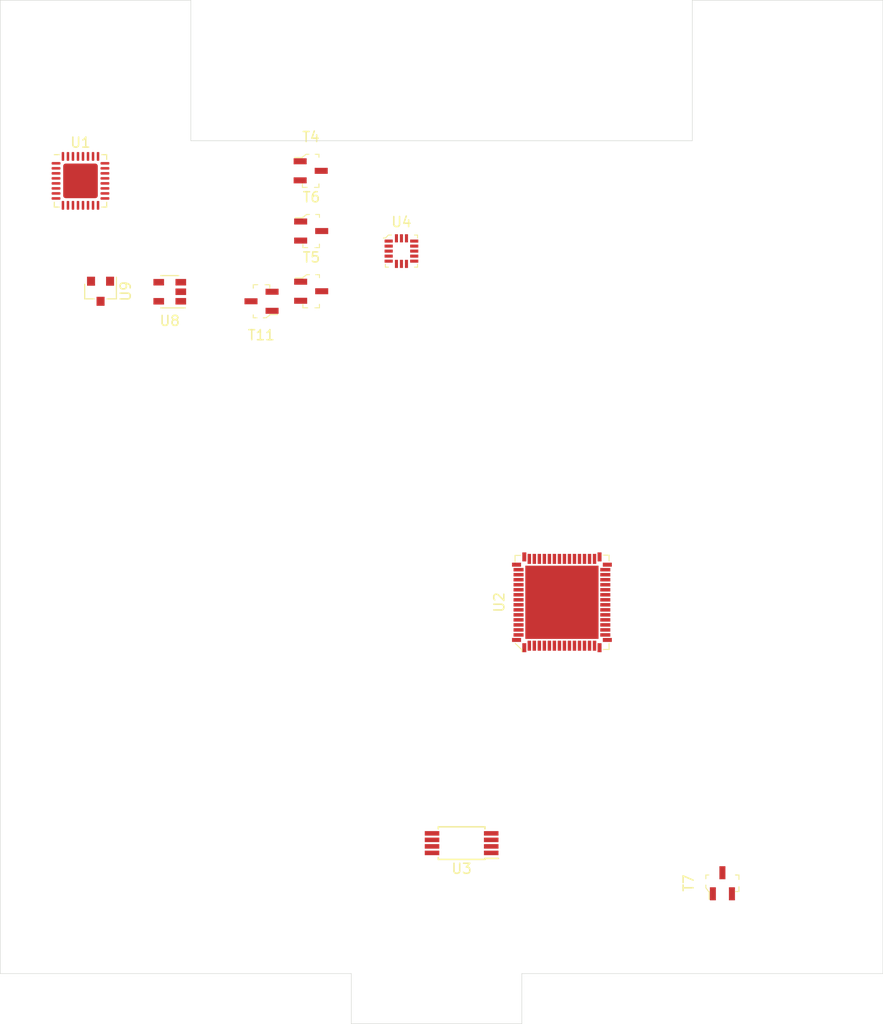
<source format=kicad_pcb>
(kicad_pcb (version 20221018) (generator pcbnew)
  (layers (0 "F.Cu" signal) (31 "B.Cu" signal) (34 "B.Paste" user) (35 "F.Paste" user) (36 "B.SilkS" user "B.Silkscreen") (37 "F.SilkS" user "F.Silkscreen") (38 "B.Mask" user) (39 "F.Mask" user) (44 "Edge.Cuts" user))
  (net 0 "")
  (net 1 "Net-(U3-Pad8)")
  (net 2 "/TBC2")
  (net 3 "Net-(U3-Pad6)")
  (net 4 "Net-(U3-Pad5)")
  (net 5 "Net-(U3-Pad4)")
  (net 6 "Net-(TP9-Pad1)")
  (net 7 "Net-(U3-Pad1)")
  (net 8 "VDD")
  (net 9 "Net-(U8-Pad4)")
  (net 10 "/TBC3")
  (net 11 "Net-(U8-Pad2)")
  (net 12 "Net-(U8-Pad1)")
  (net 13 "Net-(U9-Pad3)")
  (net 14 "Net-(U9-Pad2)")
  (net 15 "Net-(U9-Pad1)")
  (net 16 "Net-(U4-Pad16)")
  (net 17 "Net-(U4-Pad15)")
  (net 18 "Net-(U4-Pad13)")
  (net 19 "Net-(U4-Pad12)")
  (net 20 "Net-(U4-Pad11)")
  (net 21 "Net-(U4-Pad10)")
  (net 22 "Net-(U4-Pad8)")
  (net 23 "Net-(U4-Pad7)")
  (net 24 "Net-(U4-Pad5)")
  (net 25 "Net-(U4-Pad4)")
  (net 26 "Net-(U4-Pad3)")
  (net 27 "Net-(U4-Pad2)")
  (net 28 "Net-(U4-Pad6)")
  (net 29 "Net-(U4-Pad9)")
  (net 30 "Net-(U4-Pad14)")
  (net 31 "Net-(U1-Pad32)")
  (net 32 "Net-(R4-Pad1)")
  (net 33 "Net-(U1-Pad30)")
  (net 34 "Net-(U1-Pad29)")
  (net 35 "Net-(U1-Pad28)")
  (net 36 "Net-(U1-Pad27)")
  (net 37 "Net-(U1-Pad26)")
  (net 38 "Net-(U1-Pad25)")
  (net 39 "Net-(U1-Pad24)")
  (net 40 "Net-(U1-Pad23)")
  (net 41 "Net-(U1-Pad22)")
  (net 42 "Net-(U1-Pad21)")
  (net 43 "Net-(U1-Pad20)")
  (net 44 "Net-(U1-Pad19)")
  (net 45 "Net-(U1-Pad18)")
  (net 46 "Net-(U1-Pad17)")
  (net 47 "Net-(U1-Pad16)")
  (net 48 "Net-(U1-Pad15)")
  (net 49 "Net-(U1-Pad14)")
  (net 50 "Net-(U1-Pad13)")
  (net 51 "Net-(U1-Pad12)")
  (net 52 "Net-(U1-Pad11)")
  (net 53 "Net-(U1-Pad10)")
  (net 54 "Net-(U1-Pad9)")
  (net 55 "Net-(U1-Pad8)")
  (net 56 "Net-(U1-Pad7)")
  (net 57 "Net-(U1-Pad6)")
  (net 58 "Net-(U1-Pad5)")
  (net 59 "Net-(U1-Pad4)")
  (net 60 "Net-(U1-Pad3)")
  (net 61 "GND")
  (net 62 "Net-(U2-Pad65)")
  (net 63 "Net-(U2-Pad64)")
  (net 64 "Net-(U2-Pad63)")
  (net 65 "Net-(U2-Pad62)")
  (net 66 "Net-(U2-Pad60)")
  (net 67 "Net-(U2-Pad59)")
  (net 68 "Net-(U2-Pad58)")
  (net 69 "/RX")
  (net 70 "Net-(U2-Pad56)")
  (net 71 "/TX")
  (net 72 "Net-(U2-Pad53)")
  (net 73 "Net-(U2-Pad54)")
  (net 74 "Net-(U2-Pad52)")
  (net 75 "Net-(U2-Pad51)")
  (net 76 "Net-(U2-Pad50)")
  (net 77 "Net-(U2-Pad49)")
  (net 78 "Net-(U2-Pad48)")
  (net 79 "Net-(U2-Pad47)")
  (net 80 "Net-(U2-Pad46)")
  (net 81 "/TBC1")
  (net 82 "Net-(U2-Pad44)")
  (net 83 "Net-(U2-Pad43)")
  (net 84 "Net-(U2-Pad42)")
  (net 85 "Net-(U2-Pad41)")
  (net 86 "Net-(U2-Pad40)")
  (net 87 "Net-(U2-Pad39)")
  (net 88 "Net-(U2-Pad38)")
  (net 89 "Net-(U2-Pad37)")
  (net 90 "Net-(U2-Pad36)")
  (net 91 "Net-(U2-Pad33)")
  (net 92 "Net-(R12-Pad2)")
  (net 93 "Net-(R11-Pad2)")
  (net 94 "/~{RST}")
  (net 95 "Net-(U2-Pad31)")
  (net 96 "Net-(U2-Pad30)")
  (net 97 "Net-(U2-Pad29)")
  (net 98 "Net-(U2-Pad28)")
  (net 99 "Net-(U2-Pad27)")
  (net 100 "Net-(U2-Pad26)")
  (net 101 "Net-(U2-Pad25)")
  (net 102 "/BLUE_LED_EN")
  (net 103 "Net-(U2-Pad18)")
  (net 104 "/TCK_RED_LED_EN")
  (net 105 "/TMS")
  (net 106 "Net-(P?1-Pad9)")
  (net 107 "Net-(U2-Pad22)")
  (net 108 "Net-(U2-Pad23)")
  (net 109 "Net-(U2-Pad24)")
  (net 110 "Net-(U2-Pad16)")
  (net 111 "Net-(U2-Pad15)")
  (net 112 "Net-(U2-Pad14)")
  (net 113 "Net-(U2-Pad13)")
  (net 114 "Net-(U2-Pad12)")
  (net 115 "Net-(U2-Pad11)")
  (net 116 "Net-(U2-Pad10)")
  (net 117 "Net-(U2-Pad9)")
  (net 118 "Net-(U2-Pad1)")
  (net 119 "Net-(U2-Pad2)")
  (net 120 "Net-(U2-Pad3)")
  (net 121 "Net-(U2-Pad4)")
  (net 122 "Net-(U2-Pad5)")
  (net 123 "Net-(U2-Pad6)")
  (net 124 "Net-(U2-Pad7)")
  (net 125 "Net-(U2-Pad8)")
  (net 126 "Net-(R350-Pad1)")
  (net 127 "Net-(R351-Pad1)")
  (net 128 "Net-(R61-Pad2)")
  (net 129 "/GREEN_LED_EN")
  (net 130 "Net-(R62-Pad2)")
  (net 131 "Net-(R353-Pad1)")
  (net 132 "Net-(R65-Pad2)")
  (footprint "Package_SO:TSSOP-8_4.4x3mm_P0.65mm" (layer "F.Cu") (at 146 127 180)
    (fp_text reference "U3" (at 0 -2.55) (layer "F.SilkS"))
    (fp_text value "IS25LQ032B-JNLE")
    (fp_line (start -2.325 -1.625) (end -2.325 -1.525) (stroke (width 0.15)) (layer "F.SilkS"))
    (fp_line (start -2.325 -1.625) (end 2.325 -1.625) (stroke (width 0.15)) (layer "F.SilkS"))
    (fp_line (start -2.325 -1.525) (end -3.675 -1.525) (stroke (width 0.15)) (layer "F.SilkS"))
    (fp_line (start -2.325 1.625) (end -2.325 1.425) (stroke (width 0.15)) (layer "F.SilkS"))
    (fp_line (start -2.325 1.625) (end 2.325 1.625) (stroke (width 0.15)) (layer "F.SilkS"))
    (fp_line (start 2.325 -1.625) (end 2.325 -1.425) (stroke (width 0.15)) (layer "F.SilkS"))
    (fp_line (start 2.325 1.625) (end 2.325 1.425) (stroke (width 0.15)) (layer "F.SilkS"))
    (pad "1" smd rect (at -2.95 -0.975 180) (size 1.45 0.45) (layers "F.Cu" "F.Paste" "F.Mask") (net 7 "Net-(U3-Pad1)"))
    (pad "2" smd rect (at -2.95 -0.325 180) (size 1.45 0.45) (layers "F.Cu" "F.Paste" "F.Mask") (net 6 "Net-(TP9-Pad1)"))
    (pad "3" smd rect (at -2.95 0.325 180) (size 1.45 0.45) (layers "F.Cu" "F.Paste" "F.Mask") (net 2 "/TBC2"))
    (pad "4" smd rect (at -2.95 0.975 180) (size 1.45 0.45) (layers "F.Cu" "F.Paste" "F.Mask") (net 5 "Net-(U3-Pad4)"))
    (pad "5" smd rect (at 2.95 0.975 180) (size 1.45 0.45) (layers "F.Cu" "F.Paste" "F.Mask") (net 4 "Net-(U3-Pad5)"))
    (pad "6" smd rect (at 2.95 0.325 180) (size 1.45 0.45) (layers "F.Cu" "F.Paste" "F.Mask") (net 3 "Net-(U3-Pad6)"))
    (pad "7" smd rect (at 2.95 -0.325 180) (size 1.45 0.45) (layers "F.Cu" "F.Paste" "F.Mask") (net 2 "/TBC2"))
    (pad "8" smd rect (at 2.95 -0.975 180) (size 1.45 0.45) (layers "F.Cu" "F.Paste" "F.Mask") (net 1 "Net-(U3-Pad8)"))
  )
  (footprint "Package_TO_SOT_SMD:SOT-23-5" (layer "F.Cu") (at 116.9 72.05 180)
    (fp_text reference "U8" (at 0 -2.9) (layer "F.SilkS"))
    (fp_text value "AP2112K-3.3")
    (fp_line (start -0.9 1.61) (end 0.9 1.61) (stroke (width 0.12)) (layer "F.SilkS"))
    (fp_line (start 0.9 -1.61) (end -1.55 -1.61) (stroke (width 0.12)) (layer "F.SilkS"))
    (pad "1" smd rect (at -1.1 -0.95 180) (size 1.06 0.65) (layers "F.Cu" "F.Paste" "F.Mask") (net 12 "Net-(U8-Pad1)"))
    (pad "2" smd rect (at -1.1 0 180) (size 1.06 0.65) (layers "F.Cu" "F.Paste" "F.Mask") (net 11 "Net-(U8-Pad2)"))
    (pad "3" smd rect (at -1.1 0.95 180) (size 1.06 0.65) (layers "F.Cu" "F.Paste" "F.Mask") (net 10 "/TBC3"))
    (pad "4" smd rect (at 1.1 0.95 180) (size 1.06 0.65) (layers "F.Cu" "F.Paste" "F.Mask") (net 9 "Net-(U8-Pad4)"))
    (pad "5" smd rect (at 1.1 -0.95 180) (size 1.06 0.65) (layers "F.Cu" "F.Paste" "F.Mask") (net 8 "VDD"))
  )
  (footprint "Package_TO_SOT_SMD:SOT-23" (layer "F.Cu") (at 110 72 -90)
    (fp_text reference "U9" (at 0 -2.5 90) (layer "F.SilkS"))
    (fp_text value "AP2120N-1.8")
    (fp_line (start 0.76 -1.58) (end -1.4 -1.58) (stroke (width 0.12)) (layer "F.SilkS"))
    (fp_line (start 0.76 -1.58) (end 0.76 -0.65) (stroke (width 0.12)) (layer "F.SilkS"))
    (fp_line (start 0.76 1.58) (end -0.7 1.58) (stroke (width 0.12)) (layer "F.SilkS"))
    (fp_line (start 0.76 1.58) (end 0.76 0.65) (stroke (width 0.12)) (layer "F.SilkS"))
    (pad "1" smd rect (at -1 -0.95 270) (size 0.9 0.8) (layers "F.Cu" "F.Paste" "F.Mask") (net 15 "Net-(U9-Pad1)"))
    (pad "2" smd rect (at -1 0.95 270) (size 0.9 0.8) (layers "F.Cu" "F.Paste" "F.Mask") (net 14 "Net-(U9-Pad2)"))
    (pad "3" smd rect (at 1 0 270) (size 0.9 0.8) (layers "F.Cu" "F.Paste" "F.Mask") (net 13 "Net-(U9-Pad3)"))
  )
  (footprint "digikey-footprints:VQFN-16_3x3mm" (layer "F.Cu") (at 140 68)
    (fp_text reference "U4" (at 0 -2.9) (layer "F.SilkS"))
    (fp_text value "MMA8451QT")
    (fp_line (start -1.6 -1.3) (end -1.8 -1.3) (stroke (width 0.1)) (layer "F.SilkS"))
    (fp_line (start -1.6 1.6) (end -1.6 1.3) (stroke (width 0.1)) (layer "F.SilkS"))
    (fp_line (start -1.6 1.6) (end -1.3 1.6) (stroke (width 0.1)) (layer "F.SilkS"))
    (fp_line (start -1.3 -1.6) (end -1.6 -1.3) (stroke (width 0.1)) (layer "F.SilkS"))
    (fp_line (start -1 -1.6) (end -1.3 -1.6) (stroke (width 0.1)) (layer "F.SilkS"))
    (fp_line (start 1.6 -1.6) (end 1.3 -1.6) (stroke (width 0.1)) (layer "F.SilkS"))
    (fp_line (start 1.6 -1.6) (end 1.6 -1.3) (stroke (width 0.1)) (layer "F.SilkS"))
    (fp_line (start 1.6 1.6) (end 1.3 1.6) (stroke (width 0.1)) (layer "F.SilkS"))
    (fp_line (start 1.6 1.6) (end 1.6 1.3) (stroke (width 0.1)) (layer "F.SilkS"))
    (pad "1" smd rect (at -1.275 -1) (size 0.813 0.305) (layers "F.Cu" "F.Paste" "F.Mask") (net 8 "VDD"))
    (pad "2" smd rect (at -1.275 -0.5) (size 0.813 0.305) (layers "F.Cu" "F.Paste" "F.Mask") (net 27 "Net-(U4-Pad2)"))
    (pad "3" smd rect (at -1.275 0) (size 0.813 0.305) (layers "F.Cu" "F.Paste" "F.Mask") (net 26 "Net-(U4-Pad3)"))
    (pad "4" smd rect (at -1.275 0.5) (size 0.813 0.305) (layers "F.Cu" "F.Paste" "F.Mask") (net 25 "Net-(U4-Pad4)"))
    (pad "5" smd rect (at -1.275 1) (size 0.813 0.305) (layers "F.Cu" "F.Paste" "F.Mask") (net 24 "Net-(U4-Pad5)"))
    (pad "6" smd rect (at -0.5 1.275) (size 0.305 0.813) (layers "F.Cu" "F.Paste" "F.Mask") (net 28 "Net-(U4-Pad6)"))
    (pad "7" smd rect (at 0 1.275) (size 0.305 0.813) (layers "F.Cu" "F.Paste" "F.Mask") (net 23 "Net-(U4-Pad7)"))
    (pad "8" smd rect (at 0.5 1.275) (size 0.305 0.813) (layers "F.Cu" "F.Paste" "F.Mask") (net 22 "Net-(U4-Pad8)"))
    (pad "9" smd rect (at 1.275 1) (size 0.813 0.305) (layers "F.Cu" "F.Paste" "F.Mask") (net 29 "Net-(U4-Pad9)"))
    (pad "10" smd rect (at 1.275 0.5) (size 0.813 0.305) (layers "F.Cu" "F.Paste" "F.Mask") (net 21 "Net-(U4-Pad10)"))
    (pad "11" smd rect (at 1.275 0) (size 0.813 0.305) (layers "F.Cu" "F.Paste" "F.Mask") (net 20 "Net-(U4-Pad11)"))
    (pad "12" smd rect (at 1.275 -0.5) (size 0.813 0.305) (layers "F.Cu" "F.Paste" "F.Mask") (net 19 "Net-(U4-Pad12)"))
    (pad "13" smd rect (at 1.275 -1) (size 0.813 0.305) (layers "F.Cu" "F.Paste" "F.Mask") (net 18 "Net-(U4-Pad13)"))
    (pad "14" smd rect (at 0.5 -1.275) (size 0.305 0.813) (layers "F.Cu" "F.Paste" "F.Mask") (net 30 "Net-(U4-Pad14)"))
    (pad "15" smd rect (at 0 -1.275) (size 0.305 0.813) (layers "F.Cu" "F.Paste" "F.Mask") (net 17 "Net-(U4-Pad15)"))
    (pad "16" smd rect (at -0.5 -1.275) (size 0.305 0.813) (layers "F.Cu" "F.Paste" "F.Mask") (net 16 "Net-(U4-Pad16)"))
  )
  (footprint "Package_DFN_QFN:Texas_S-PVQFN-N32_EP3.45x3.45mm" (layer "F.Cu") (at 108 61)
    (fp_text reference "U1" (at 0 -3.82) (layer "F.SilkS"))
    (fp_text value "TLV320DAC3100")
    (fp_line (start -2.61 2.61) (end -2.61 2.135) (stroke (width 0.12)) (layer "F.SilkS"))
    (fp_line (start -2.135 -2.61) (end -2.61 -2.61) (stroke (width 0.12)) (layer "F.SilkS"))
    (fp_line (start -2.135 2.61) (end -2.61 2.61) (stroke (width 0.12)) (layer "F.SilkS"))
    (fp_line (start 2.135 -2.61) (end 2.61 -2.61) (stroke (width 0.12)) (layer "F.SilkS"))
    (fp_line (start 2.135 2.61) (end 2.61 2.61) (stroke (width 0.12)) (layer "F.SilkS"))
    (fp_line (start 2.61 -2.61) (end 2.61 -2.135) (stroke (width 0.12)) (layer "F.SilkS"))
    (fp_line (start 2.61 2.61) (end 2.61 2.135) (stroke (width 0.12)) (layer "F.SilkS"))
    (pad "1" smd roundrect (at -2.4375 -1.75) (size 0.875 0.25) (layers "F.Cu" "F.Paste" "F.Mask") (net 61 "GND"))
    (pad "2" smd roundrect (at -2.4375 -1.25) (size 0.875 0.25) (layers "F.Cu" "F.Paste" "F.Mask") (net 8 "VDD"))
    (pad "3" smd roundrect (at -2.4375 -0.75) (size 0.875 0.25) (layers "F.Cu" "F.Paste" "F.Mask") (net 60 "Net-(U1-Pad3)"))
    (pad "4" smd roundrect (at -2.4375 -0.25) (size 0.875 0.25) (layers "F.Cu" "F.Paste" "F.Mask") (net 59 "Net-(U1-Pad4)"))
    (pad "5" smd roundrect (at -2.4375 0.25) (size 0.875 0.25) (layers "F.Cu" "F.Paste" "F.Mask") (net 58 "Net-(U1-Pad5)"))
    (pad "6" smd roundrect (at -2.4375 0.75) (size 0.875 0.25) (layers "F.Cu" "F.Paste" "F.Mask") (net 57 "Net-(U1-Pad6)"))
    (pad "7" smd roundrect (at -2.4375 1.25) (size 0.875 0.25) (layers "F.Cu" "F.Paste" "F.Mask") (net 56 "Net-(U1-Pad7)"))
    (pad "8" smd roundrect (at -2.4375 1.75) (size 0.875 0.25) (layers "F.Cu" "F.Paste" "F.Mask") (net 55 "Net-(U1-Pad8)"))
    (pad "9" smd roundrect (at -1.75 2.4375) (size 0.25 0.875) (layers "F.Cu" "F.Paste" "F.Mask") (net 54 "Net-(U1-Pad9)"))
    (pad "10" smd roundrect (at -1.25 2.4375) (size 0.25 0.875) (layers "F.Cu" "F.Paste" "F.Mask") (net 53 "Net-(U1-Pad10)"))
    (pad "11" smd roundrect (at -0.75 2.4375) (size 0.25 0.875) (layers "F.Cu" "F.Paste" "F.Mask") (net 52 "Net-(U1-Pad11)"))
    (pad "12" smd roundrect (at -0.25 2.4375) (size 0.25 0.875) (layers "F.Cu" "F.Paste" "F.Mask") (net 51 "Net-(U1-Pad12)"))
    (pad "13" smd roundrect (at 0.25 2.4375) (size 0.25 0.875) (layers "F.Cu" "F.Paste" "F.Mask") (net 50 "Net-(U1-Pad13)"))
    (pad "14" smd roundrect (at 0.75 2.4375) (size 0.25 0.875) (layers "F.Cu" "F.Paste" "F.Mask") (net 49 "Net-(U1-Pad14)"))
    (pad "15" smd roundrect (at 1.25 2.4375) (size 0.25 0.875) (layers "F.Cu" "F.Paste" "F.Mask") (net 48 "Net-(U1-Pad15)"))
    (pad "16" smd roundrect (at 1.75 2.4375) (size 0.25 0.875) (layers "F.Cu" "F.Paste" "F.Mask") (net 47 "Net-(U1-Pad16)"))
    (pad "17" smd roundrect (at 2.4375 1.75) (size 0.875 0.25) (layers "F.Cu" "F.Paste" "F.Mask") (net 46 "Net-(U1-Pad17)"))
    (pad "18" smd roundrect (at 2.4375 1.25) (size 0.875 0.25) (layers "F.Cu" "F.Paste" "F.Mask") (net 45 "Net-(U1-Pad18)"))
    (pad "19" smd roundrect (at 2.4375 0.75) (size 0.875 0.25) (layers "F.Cu" "F.Paste" "F.Mask") (net 44 "Net-(U1-Pad19)"))
    (pad "20" smd roundrect (at 2.4375 0.25) (size 0.875 0.25) (layers "F.Cu" "F.Paste" "F.Mask") (net 43 "Net-(U1-Pad20)"))
    (pad "21" smd roundrect (at 2.4375 -0.25) (size 0.875 0.25) (layers "F.Cu" "F.Paste" "F.Mask") (net 42 "Net-(U1-Pad21)"))
    (pad "22" smd roundrect (at 2.4375 -0.75) (size 0.875 0.25) (layers "F.Cu" "F.Paste" "F.Mask") (net 41 "Net-(U1-Pad22)"))
    (pad "23" smd roundrect (at 2.4375 -1.25) (size 0.875 0.25) (layers "F.Cu" "F.Paste" "F.Mask") (net 40 "Net-(U1-Pad23)"))
    (pad "24" smd roundrect (at 2.4375 -1.75) (size 0.875 0.25) (layers "F.Cu" "F.Paste" "F.Mask") (net 39 "Net-(U1-Pad24)"))
    (pad "25" smd roundrect (at 1.75 -2.4375) (size 0.25 0.875) (layers "F.Cu" "F.Paste" "F.Mask") (net 38 "Net-(U1-Pad25)"))
    (pad "26" smd roundrect (at 1.25 -2.4375) (size 0.25 0.875) (layers "F.Cu" "F.Paste" "F.Mask") (net 37 "Net-(U1-Pad26)"))
    (pad "27" smd roundrect (at 0.75 -2.4375) (size 0.25 0.875) (layers "F.Cu" "F.Paste" "F.Mask") (net 36 "Net-(U1-Pad27)"))
    (pad "28" smd roundrect (at 0.25 -2.4375) (size 0.25 0.875) (layers "F.Cu" "F.Paste" "F.Mask") (net 35 "Net-(U1-Pad28)"))
    (pad "29" smd roundrect (at -0.25 -2.4375) (size 0.25 0.875) (layers "F.Cu" "F.Paste" "F.Mask") (net 34 "Net-(U1-Pad29)"))
    (pad "30" smd roundrect (at -0.75 -2.4375) (size 0.25 0.875) (layers "F.Cu" "F.Paste" "F.Mask") (net 33 "Net-(U1-Pad30)"))
    (pad "31" smd roundrect (at -1.25 -2.4375) (size 0.25 0.875) (layers "F.Cu" "F.Paste" "F.Mask") (net 32 "Net-(R4-Pad1)"))
    (pad "32" smd roundrect (at -1.75 -2.4375) (size 0.25 0.875) (layers "F.Cu" "F.Paste" "F.Mask") (net 31 "Net-(U1-Pad32)"))
    (pad "33" smd roundrect (at 0 0) (size 3.45 3.45) (layers "F.Cu" "F.Mask") (roundrect_rratio 0.072464))
  )
  (footprint "digikey-footprints:VFQFN-64-1EP_9x9mm" (layer "F.Cu") (at 156 103 90)
    (fp_text reference "U2" (at 0 -6.25 90) (layer "F.SilkS"))
    (fp_text value "CC3200R1M2RGCR")
    (fp_line (start -4.7 4.1) (end -4.7 4.7) (stroke (width 0.1)) (layer "F.SilkS"))
    (fp_line (start -4.7 4.7) (end -4.1 4.7) (stroke (width 0.1)) (layer "F.SilkS"))
    (fp_line (start -4.675 -4.05) (end -4.675 -4) (stroke (width 0.1)) (layer "F.SilkS"))
    (fp_line (start -4.675 -4) (end -4.925 -4) (stroke (width 0.1)) (layer "F.SilkS"))
    (fp_line (start -4.1 -4.65) (end -4.675 -4.05) (stroke (width 0.1)) (layer "F.SilkS"))
    (fp_line (start 4.025 -4.675) (end 4.675 -4.675) (stroke (width 0.1)) (layer "F.SilkS"))
    (fp_line (start 4.675 -4.675) (end 4.675 -4.1) (stroke (width 0.1)) (layer "F.SilkS"))
    (fp_line (start 4.7 4.1) (end 4.7 4.7) (stroke (width 0.1)) (layer "F.SilkS"))
    (fp_line (start 4.7 4.7) (end 4.1 4.7) (stroke (width 0.1)) (layer "F.SilkS"))
    (pad "1" smd rect (at -4.525 -3.75 90) (size 0.9 0.4) (layers "F.Cu" "F.Paste" "F.Mask") (net 118 "Net-(U2-Pad1)"))
    (pad "2" smd rect (at -4.325 -3.25 90) (size 1 0.35) (layers "F.Cu" "F.Paste" "F.Mask") (net 119 "Net-(U2-Pad2)"))
    (pad "3" smd rect (at -4.325 -2.75 90) (size 1 0.35) (layers "F.Cu" "F.Paste" "F.Mask") (net 120 "Net-(U2-Pad3)"))
    (pad "4" smd rect (at -4.325 -2.25 90) (size 1 0.35) (layers "F.Cu" "F.Paste" "F.Mask") (net 121 "Net-(U2-Pad4)"))
    (pad "5" smd rect (at -4.325 -1.75 90) (size 1 0.35) (layers "F.Cu" "F.Paste" "F.Mask") (net 122 "Net-(U2-Pad5)"))
    (pad "6" smd rect (at -4.325 -1.25 90) (size 1 0.35) (layers "F.Cu" "F.Paste" "F.Mask") (net 123 "Net-(U2-Pad6)"))
    (pad "7" smd rect (at -4.325 -0.75 90) (size 1 0.35) (layers "F.Cu" "F.Paste" "F.Mask") (net 124 "Net-(U2-Pad7)"))
    (pad "8" smd rect (at -4.325 -0.25 90) (size 1 0.35) (layers "F.Cu" "F.Paste" "F.Mask") (net 125 "Net-(U2-Pad8)"))
    (pad "9" smd rect (at -4.325 0.25 90) (size 1 0.35) (layers "F.Cu" "F.Paste" "F.Mask") (net 117 "Net-(U2-Pad9)"))
    (pad "10" smd rect (at -4.325 0.75 90) (size 1 0.35) (layers "F.Cu" "F.Paste" "F.Mask") (net 116 "Net-(U2-Pad10)"))
    (pad "11" smd rect (at -4.325 1.25 90) (size 1 0.35) (layers "F.Cu" "F.Paste" "F.Mask") (net 115 "Net-(U2-Pad11)"))
    (pad "12" smd rect (at -4.325 1.75 90) (size 1 0.35) (layers "F.Cu" "F.Paste" "F.Mask") (net 114 "Net-(U2-Pad12)"))
    (pad "13" smd rect (at -4.325 2.25 90) (size 1 0.35) (layers "F.Cu" "F.Paste" "F.Mask") (net 113 "Net-(U2-Pad13)"))
    (pad "14" smd rect (at -4.325 2.75 90) (size 1 0.35) (layers "F.Cu" "F.Paste" "F.Mask") (net 112 "Net-(U2-Pad14)"))
    (pad "15" smd rect (at -4.325 3.25 90) (size 1 0.35) (layers "F.Cu" "F.Paste" "F.Mask") (net 111 "Net-(U2-Pad15)"))
    (pad "16" smd rect (at -4.525 3.75 90) (size 0.9 0.4) (layers "F.Cu" "F.Paste" "F.Mask") (net 110 "Net-(U2-Pad16)"))
    (pad "17" smd rect (at -3.75 4.525 90) (size 0.4 0.9) (layers "F.Cu" "F.Paste" "F.Mask") (net 102 "/BLUE_LED_EN"))
    (pad "18" smd rect (at -3.25 4.325 90) (size 0.35 1) (layers "F.Cu" "F.Paste" "F.Mask") (net 103 "Net-(U2-Pad18)"))
    (pad "19" smd rect (at -2.75 4.325 90) (size 0.35 1) (layers "F.Cu" "F.Paste" "F.Mask") (net 104 "/TCK_RED_LED_EN"))
    (pad "20" smd rect (at -2.25 4.325 90) (size 0.35 1) (layers "F.Cu" "F.Paste" "F.Mask") (net 105 "/TMS"))
    (pad "21" smd rect (at -1.75 4.325 90) (size 0.35 1) (layers "F.Cu" "F.Paste" "F.Mask") (net 106 "Net-(P?1-Pad9)"))
    (pad "22" smd rect (at -1.25 4.325 90) (size 0.35 1) (layers "F.Cu" "F.Paste" "F.Mask") (net 107 "Net-(U2-Pad22)"))
    (pad "23" smd rect (at -0.75 4.325 90) (size 0.35 1) (layers "F.Cu" "F.Paste" "F.Mask") (net 108 "Net-(U2-Pad23)"))
    (pad "24" smd rect (at -0.25 4.325 90) (size 0.35 1) (layers "F.Cu" "F.Paste" "F.Mask") (net 109 "Net-(U2-Pad24)"))
    (pad "25" smd rect (at 0.25 4.325 90) (size 0.35 1) (layers "F.Cu" "F.Paste" "F.Mask") (net 101 "Net-(U2-Pad25)"))
    (pad "26" smd rect (at 0.75 4.325 90) (size 0.35 1) (layers "F.Cu" "F.Paste" "F.Mask") (net 100 "Net-(U2-Pad26)"))
    (pad "27" smd rect (at 1.25 4.325 90) (size 0.35 1) (layers "F.Cu" "F.Paste" "F.Mask") (net 99 "Net-(U2-Pad27)"))
    (pad "28" smd rect (at 1.75 4.325 90) (size 0.35 1) (layers "F.Cu" "F.Paste" "F.Mask") (net 98 "Net-(U2-Pad28)"))
    (pad "29" smd rect (at 2.25 4.325 90) (size 0.35 1) (layers "F.Cu" "F.Paste" "F.Mask") (net 97 "Net-(U2-Pad29)"))
    (pad "30" smd rect (at 2.75 4.325 90) (size 0.35 1) (layers "F.Cu" "F.Paste" "F.Mask") (net 96 "Net-(U2-Pad30)"))
    (pad "31" smd rect (at 3.25 4.325 90) (size 0.35 1) (layers "F.Cu" "F.Paste" "F.Mask") (net 95 "Net-(U2-Pad31)"))
    (pad "32" smd rect (at 3.75 4.525 90) (size 0.4 0.9) (layers "F.Cu" "F.Paste" "F.Mask") (net 94 "/~{RST}"))
    (pad "33" smd rect (at 4.525 3.75 90) (size 0.9 0.4) (layers "F.Cu" "F.Paste" "F.Mask") (net 91 "Net-(U2-Pad33)"))
    (pad "34" smd rect (at 4.325 3.25 90) (size 1 0.35) (layers "F.Cu" "F.Paste" "F.Mask") (net 93 "Net-(R11-Pad2)"))
    (pad "35" smd rect (at 4.325 2.75 90) (size 1 0.35) (layers "F.Cu" "F.Paste" "F.Mask") (net 92 "Net-(R12-Pad2)"))
    (pad "36" smd rect (at 4.325 2.25 90) (size 1 0.35) (layers "F.Cu" "F.Paste" "F.Mask") (net 90 "Net-(U2-Pad36)"))
    (pad "37" smd rect (at 4.325 1.75 90) (size 1 0.35) (layers "F.Cu" "F.Paste" "F.Mask") (net 89 "Net-(U2-Pad37)"))
    (pad "38" smd rect (at 4.325 1.25 90) (size 1 0.35) (layers "F.Cu" "F.Paste" "F.Mask") (net 88 "Net-(U2-Pad38)"))
    (pad "39" smd rect (at 4.325 0.75 90) (size 1 0.35) (layers "F.Cu" "F.Paste" "F.Mask") (net 87 "Net-(U2-Pad39)"))
    (pad "40" smd rect (at 4.325 0.25 90) (size 1 0.35) (layers "F.Cu" "F.Paste" "F.Mask") (net 86 "Net-(U2-Pad40)"))
    (pad "41" smd rect (at 4.325 -0.25 90) (size 1 0.35) (layers "F.Cu" "F.Paste" "F.Mask") (net 85 "Net-(U2-Pad41)"))
    (pad "42" smd rect (at 4.325 -0.75 90) (size 1 0.35) (layers "F.Cu" "F.Paste" "F.Mask") (net 84 "Net-(U2-Pad42)"))
    (pad "43" smd rect (at 4.325 -1.25 90) (size 1 0.35) (layers "F.Cu" "F.Paste" "F.Mask") (net 83 "Net-(U2-Pad43)"))
    (pad "44" smd rect (at 4.325 -1.75 90) (size 1 0.35) (layers "F.Cu" "F.Paste" "F.Mask") (net 82 "Net-(U2-Pad44)"))
    (pad "45" smd rect (at 4.325 -2.25 90) (size 1 0.35) (layers "F.Cu" "F.Paste" "F.Mask") (net 81 "/TBC1"))
    (pad "46" smd rect (at 4.325 -2.75 90) (size 1 0.35) (layers "F.Cu" "F.Paste" "F.Mask") (net 80 "Net-(U2-Pad46)"))
    (pad "47" smd rect (at 4.325 -3.25 90) (size 1 0.35) (layers "F.Cu" "F.Paste" "F.Mask") (net 79 "Net-(U2-Pad47)"))
    (pad "48" smd rect (at 4.525 -3.75 90) (size 0.9 0.4) (layers "F.Cu" "F.Paste" "F.Mask") (net 78 "Net-(U2-Pad48)"))
    (pad "49" smd rect (at 3.75 -4.525 90) (size 0.4 0.9) (layers "F.Cu" "F.Paste" "F.Mask") (net 77 "Net-(U2-Pad49)"))
    (pad "50" smd rect (at 3.25 -4.325 90) (size 0.35 1) (layers "F.Cu" "F.Paste" "F.Mask") (net 76 "Net-(U2-Pad50)"))
    (pad "51" smd rect (at 2.75 -4.325 90) (size 0.35 1) (layers "F.Cu" "F.Paste" "F.Mask") (net 75 "Net-(U2-Pad51)"))
    (pad "52" smd rect (at 2.25 -4.325 90) (size 0.35 1) (layers "F.Cu" "F.Paste" "F.Mask") (net 74 "Net-(U2-Pad52)"))
    (pad "53" smd rect (at 1.75 -4.325 90) (size 0.35 1) (layers "F.Cu" "F.Paste" "F.Mask") (net 72 "Net-(U2-Pad53)"))
    (pad "54" smd rect (at 1.25 -4.325 90) (size 0.35 1) (layers "F.Cu" "F.Paste" "F.Mask") (net 73 "Net-(U2-Pad54)"))
    (pad "55" smd rect (at 0.75 -4.325 90) (size 0.35 1) (layers "F.Cu" "F.Paste" "F.Mask") (net 71 "/TX"))
    (pad "56" smd rect (at 0.25 -4.325 90) (size 0.35 1) (layers "F.Cu" "F.Paste" "F.Mask") (net 70 "Net-(U2-Pad56)"))
    (pad "57" smd rect (at -0.25 -4.325 90) (size 0.35 1) (layers "F.Cu" "F.Paste" "F.Mask") (net 69 "/RX"))
    (pad "58" smd rect (at -0.75 -4.325 90) (size 0.35 1) (layers "F.Cu" "F.Paste" "F.Mask") (net 68 "Net-(U2-Pad58)"))
    (pad "59" smd rect (at -1.25 -4.325 90) (size 0.35 1) (layers "F.Cu" "F.Paste" "F.Mask") (net 67 "Net-(U2-Pad59)"))
    (pad "60" smd rect (at -1.75 -4.325 90) (size 0.35 1) (layers "F.Cu" "F.Paste" "F.Mask") (net 66 "Net-(U2-Pad60)"))
    (pad "61" smd rect (at -2.25 -4.325 90) (size 0.35 1) (layers "F.Cu" "F.Paste" "F.Mask") (net 10 "/TBC3"))
    (pad "62" smd rect (at -2.75 -4.325 90) (size 0.35 1) (layers "F.Cu" "F.Paste" "F.Mask") (net 65 "Net-(U2-Pad62)"))
    (pad "63" smd rect (at -3.25 -4.325 90) (size 0.35 1) (layers "F.Cu" "F.Paste" "F.Mask") (net 64 "Net-(U2-Pad63)"))
    (pad "64" smd rect (at -3.75 -4.525 90) (size 0.4 0.9) (layers "F.Cu" "F.Paste" "F.Mask") (net 63 "Net-(U2-Pad64)"))
    (pad "65" smd rect (at 0 0 90) (size 7.3 7.3) (layers "F.Cu" "F.Paste" "F.Mask") (net 62 "Net-(U2-Pad65)"))
  )
  (footprint "digikey-footprints:SOT-23-3" (layer "F.Cu") (at 126.05 73 180)
    (fp_text reference "T11" (at 0.025 -3.375) (layer "F.SilkS"))
    (fp_text value "FDV301N")
    (fp_line (start -0.825 -1.375) (end -0.825 -1.325) (stroke (width 0.1)) (layer "F.SilkS"))
    (fp_line (start -0.825 -1.325) (end -1.6 -1.325) (stroke (width 0.1)) (layer "F.SilkS"))
    (fp_line (start -0.825 1.65) (end -0.825 1.3) (stroke (width 0.1)) (layer "F.SilkS"))
    (fp_line (start -0.45 -1.65) (end -0.825 -1.375) (stroke (width 0.1)) (layer "F.SilkS"))
    (fp_line (start -0.35 1.65) (end -0.825 1.65) (stroke (width 0.1)) (layer "F.SilkS"))
    (fp_line (start -0.175 -1.65) (end -0.45 -1.65) (stroke (width 0.1)) (layer "F.SilkS"))
    (fp_line (start 0.45 -1.65) (end 0.825 -1.65) (stroke (width 0.1)) (layer "F.SilkS"))
    (fp_line (start 0.825 -1.65) (end 0.825 -1.35) (stroke (width 0.1)) (layer "F.SilkS"))
    (fp_line (start 0.825 1.35) (end 0.825 1.65) (stroke (width 0.1)) (layer "F.SilkS"))
    (fp_line (start 0.825 1.425) (end 0.825 1.3) (stroke (width 0.1)) (layer "F.SilkS"))
    (fp_line (start 0.825 1.65) (end 0.375 1.65) (stroke (width 0.1)) (layer "F.SilkS"))
    (pad "1" smd rect (at -1.05 -0.95 180) (size 1.3 0.6) (layers "F.Cu" "F.Paste" "F.Mask") (net 8 "VDD"))
    (pad "2" smd rect (at -1.05 0.95 180) (size 1.3 0.6) (layers "F.Cu" "F.Paste" "F.Mask") (net 61 "GND"))
    (pad "3" smd rect (at 1.05 0 180) (size 1.3 0.6) (layers "F.Cu" "F.Paste" "F.Mask") (net 126 "Net-(R350-Pad1)"))
  )
  (footprint "digikey-footprints:SOT-23-3" (layer "F.Cu") (at 130.95 60)
    (fp_text reference "T4" (at 0.025 -3.375) (layer "F.SilkS"))
    (fp_text value "FDV301N")
    (fp_line (start -0.825 -1.375) (end -0.825 -1.325) (stroke (width 0.1)) (layer "F.SilkS"))
    (fp_line (start -0.825 -1.325) (end -1.6 -1.325) (stroke (width 0.1)) (layer "F.SilkS"))
    (fp_line (start -0.825 1.65) (end -0.825 1.3) (stroke (width 0.1)) (layer "F.SilkS"))
    (fp_line (start -0.45 -1.65) (end -0.825 -1.375) (stroke (width 0.1)) (layer "F.SilkS"))
    (fp_line (start -0.35 1.65) (end -0.825 1.65) (stroke (width 0.1)) (layer "F.SilkS"))
    (fp_line (start -0.175 -1.65) (end -0.45 -1.65) (stroke (width 0.1)) (layer "F.SilkS"))
    (fp_line (start 0.45 -1.65) (end 0.825 -1.65) (stroke (width 0.1)) (layer "F.SilkS"))
    (fp_line (start 0.825 -1.65) (end 0.825 -1.35) (stroke (width 0.1)) (layer "F.SilkS"))
    (fp_line (start 0.825 1.35) (end 0.825 1.65) (stroke (width 0.1)) (layer "F.SilkS"))
    (fp_line (start 0.825 1.425) (end 0.825 1.3) (stroke (width 0.1)) (layer "F.SilkS"))
    (fp_line (start 0.825 1.65) (end 0.375 1.65) (stroke (width 0.1)) (layer "F.SilkS"))
    (pad "1" smd rect (at -1.05 -0.95) (size 1.3 0.6) (layers "F.Cu" "F.Paste" "F.Mask") (net 127 "Net-(R351-Pad1)"))
    (pad "2" smd rect (at -1.05 0.95) (size 1.3 0.6) (layers "F.Cu" "F.Paste" "F.Mask") (net 61 "GND"))
    (pad "3" smd rect (at 1.05 0) (size 1.3 0.6) (layers "F.Cu" "F.Paste" "F.Mask") (net 128 "Net-(R61-Pad2)"))
  )
  (footprint "digikey-footprints:SOT-23-3" (layer "F.Cu") (at 131 72)
    (fp_text reference "T5" (at 0.025 -3.375) (layer "F.SilkS"))
    (fp_text value "FDV301N")
    (fp_line (start -0.825 -1.375) (end -0.825 -1.325) (stroke (width 0.1)) (layer "F.SilkS"))
    (fp_line (start -0.825 -1.325) (end -1.6 -1.325) (stroke (width 0.1)) (layer "F.SilkS"))
    (fp_line (start -0.825 1.65) (end -0.825 1.3) (stroke (width 0.1)) (layer "F.SilkS"))
    (fp_line (start -0.45 -1.65) (end -0.825 -1.375) (stroke (width 0.1)) (layer "F.SilkS"))
    (fp_line (start -0.35 1.65) (end -0.825 1.65) (stroke (width 0.1)) (layer "F.SilkS"))
    (fp_line (start -0.175 -1.65) (end -0.45 -1.65) (stroke (width 0.1)) (layer "F.SilkS"))
    (fp_line (start 0.45 -1.65) (end 0.825 -1.65) (stroke (width 0.1)) (layer "F.SilkS"))
    (fp_line (start 0.825 -1.65) (end 0.825 -1.35) (stroke (width 0.1)) (layer "F.SilkS"))
    (fp_line (start 0.825 1.35) (end 0.825 1.65) (stroke (width 0.1)) (layer "F.SilkS"))
    (fp_line (start 0.825 1.425) (end 0.825 1.3) (stroke (width 0.1)) (layer "F.SilkS"))
    (fp_line (start 0.825 1.65) (end 0.375 1.65) (stroke (width 0.1)) (layer "F.SilkS"))
    (pad "1" smd rect (at -1.05 -0.95) (size 1.3 0.6) (layers "F.Cu" "F.Paste" "F.Mask") (net 129 "/GREEN_LED_EN"))
    (pad "2" smd rect (at -1.05 0.95) (size 1.3 0.6) (layers "F.Cu" "F.Paste" "F.Mask") (net 61 "GND"))
    (pad "3" smd rect (at 1.05 0) (size 1.3 0.6) (layers "F.Cu" "F.Paste" "F.Mask") (net 130 "Net-(R62-Pad2)"))
  )
  (footprint "digikey-footprints:SOT-23-3" (layer "F.Cu") (at 131 66)
    (fp_text reference "T6" (at 0.025 -3.375) (layer "F.SilkS"))
    (fp_text value "FDV301N")
    (fp_line (start -0.825 -1.375) (end -0.825 -1.325) (stroke (width 0.1)) (layer "F.SilkS"))
    (fp_line (start -0.825 -1.325) (end -1.6 -1.325) (stroke (width 0.1)) (layer "F.SilkS"))
    (fp_line (start -0.825 1.65) (end -0.825 1.3) (stroke (width 0.1)) (layer "F.SilkS"))
    (fp_line (start -0.45 -1.65) (end -0.825 -1.375) (stroke (width 0.1)) (layer "F.SilkS"))
    (fp_line (start -0.35 1.65) (end -0.825 1.65) (stroke (width 0.1)) (layer "F.SilkS"))
    (fp_line (start -0.175 -1.65) (end -0.45 -1.65) (stroke (width 0.1)) (layer "F.SilkS"))
    (fp_line (start 0.45 -1.65) (end 0.825 -1.65) (stroke (width 0.1)) (layer "F.SilkS"))
    (fp_line (start 0.825 -1.65) (end 0.825 -1.35) (stroke (width 0.1)) (layer "F.SilkS"))
    (fp_line (start 0.825 1.35) (end 0.825 1.65) (stroke (width 0.1)) (layer "F.SilkS"))
    (fp_line (start 0.825 1.425) (end 0.825 1.3) (stroke (width 0.1)) (layer "F.SilkS"))
    (fp_line (start 0.825 1.65) (end 0.375 1.65) (stroke (width 0.1)) (layer "F.SilkS"))
    (pad "1" smd rect (at -1.05 -0.95) (size 1.3 0.6) (layers "F.Cu" "F.Paste" "F.Mask") (net 131 "Net-(R353-Pad1)"))
    (pad "2" smd rect (at -1.05 0.95) (size 1.3 0.6) (layers "F.Cu" "F.Paste" "F.Mask") (net 126 "Net-(R350-Pad1)"))
    (pad "3" smd rect (at 1.05 0) (size 1.3 0.6) (layers "F.Cu" "F.Paste" "F.Mask") (net 132 "Net-(R65-Pad2)"))
  )
  (footprint "digikey-footprints:SOT-23-3" (layer "F.Cu") (at 172 131 90)
    (fp_text reference "T7" (at 0.025 -3.375 90) (layer "F.SilkS"))
    (fp_text value "FDV301N")
    (fp_line (start -0.825 -1.375) (end -0.825 -1.325) (stroke (width 0.1)) (layer "F.SilkS"))
    (fp_line (start -0.825 -1.325) (end -1.6 -1.325) (stroke (width 0.1)) (layer "F.SilkS"))
    (fp_line (start -0.825 1.65) (end -0.825 1.3) (stroke (width 0.1)) (layer "F.SilkS"))
    (fp_line (start -0.45 -1.65) (end -0.825 -1.375) (stroke (width 0.1)) (layer "F.SilkS"))
    (fp_line (start -0.35 1.65) (end -0.825 1.65) (stroke (width 0.1)) (layer "F.SilkS"))
    (fp_line (start -0.175 -1.65) (end -0.45 -1.65) (stroke (width 0.1)) (layer "F.SilkS"))
    (fp_line (start 0.45 -1.65) (end 0.825 -1.65) (stroke (width 0.1)) (layer "F.SilkS"))
    (fp_line (start 0.825 -1.65) (end 0.825 -1.35) (stroke (width 0.1)) (layer "F.SilkS"))
    (fp_line (start 0.825 1.35) (end 0.825 1.65) (stroke (width 0.1)) (layer "F.SilkS"))
    (fp_line (start 0.825 1.425) (end 0.825 1.3) (stroke (width 0.1)) (layer "F.SilkS"))
    (fp_line (start 0.825 1.65) (end 0.375 1.65) (stroke (width 0.1)) (layer "F.SilkS"))
    (pad "1" smd rect (at -1.05 -0.95 90) (size 1.3 0.6) (layers "F.Cu" "F.Paste" "F.Mask") (net 106 "Net-(P?1-Pad9)"))
    (pad "2" smd rect (at -1.05 0.95 90) (size 1.3 0.6) (layers "F.Cu" "F.Paste" "F.Mask") (net 61 "GND"))
    (pad "3" smd rect (at 1.05 0 90) (size 1.3 0.6) (layers "F.Cu" "F.Paste" "F.Mask") (net 92 "Net-(R12-Pad2)"))
  )
  (gr_line (start 100 43) (end 100 140) (stroke (width 0.05)) (layer "Edge.Cuts"))
  (gr_line (start 135 145) (end 152 145) (stroke (width 0.05)) (layer "Edge.Cuts"))
  (gr_line (start 135 140) (end 100 140) (stroke (width 0.05)) (layer "Edge.Cuts"))
  (gr_line (start 152 140) (end 152 145) (stroke (width 0.05)) (layer "Edge.Cuts"))
  (gr_line (start 169 57) (end 119 57) (stroke (width 0.05)) (layer "Edge.Cuts"))
  (gr_line (start 119 57) (end 119 43) (stroke (width 0.05)) (layer "Edge.Cuts"))
  (gr_line (start 135 140) (end 135 145) (stroke (width 0.05)) (layer "Edge.Cuts"))
  (gr_line (start 188 140) (end 188 43) (stroke (width 0.05)) (layer "Edge.Cuts"))
  (gr_line (start 119 43) (end 100 43) (stroke (width 0.05)) (layer "Edge.Cuts"))
  (gr_line (start 152 140) (end 188 140) (stroke (width 0.05)) (layer "Edge.Cuts"))
  (gr_line (start 188 43) (end 169 43) (stroke (width 0.05)) (layer "Edge.Cuts"))
  (gr_line (start 169 43) (end 169 57) (stroke (width 0.05)) (layer "Edge.Cuts"))
)
</source>
